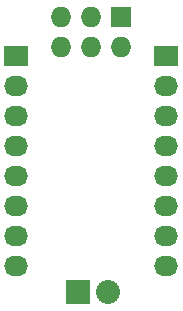
<source format=gbr>
G04 #@! TF.FileFunction,Soldermask,Bot*
%FSLAX46Y46*%
G04 Gerber Fmt 4.6, Leading zero omitted, Abs format (unit mm)*
G04 Created by KiCad (PCBNEW no-vcs-found-product) date Sat 25 Jul 2015 04:50:57 PM PDT*
%MOMM*%
G01*
G04 APERTURE LIST*
%ADD10C,0.100000*%
%ADD11R,1.727200X1.727200*%
%ADD12O,1.727200X1.727200*%
%ADD13R,2.032000X1.727200*%
%ADD14O,2.032000X1.727200*%
%ADD15R,2.032000X2.032000*%
%ADD16O,2.032000X2.032000*%
G04 APERTURE END LIST*
D10*
D11*
X143510000Y-91059000D03*
D12*
X143510000Y-93599000D03*
X140970000Y-91059000D03*
X140970000Y-93599000D03*
X138430000Y-91059000D03*
X138430000Y-93599000D03*
D13*
X134620000Y-94361000D03*
D14*
X134620000Y-96901000D03*
X134620000Y-99441000D03*
X134620000Y-101981000D03*
X134620000Y-104521000D03*
X134620000Y-107061000D03*
X134620000Y-109601000D03*
X134620000Y-112141000D03*
D13*
X147320000Y-94361000D03*
D14*
X147320000Y-96901000D03*
X147320000Y-99441000D03*
X147320000Y-101981000D03*
X147320000Y-104521000D03*
X147320000Y-107061000D03*
X147320000Y-109601000D03*
X147320000Y-112141000D03*
D15*
X139827000Y-114300000D03*
D16*
X142367000Y-114300000D03*
M02*

</source>
